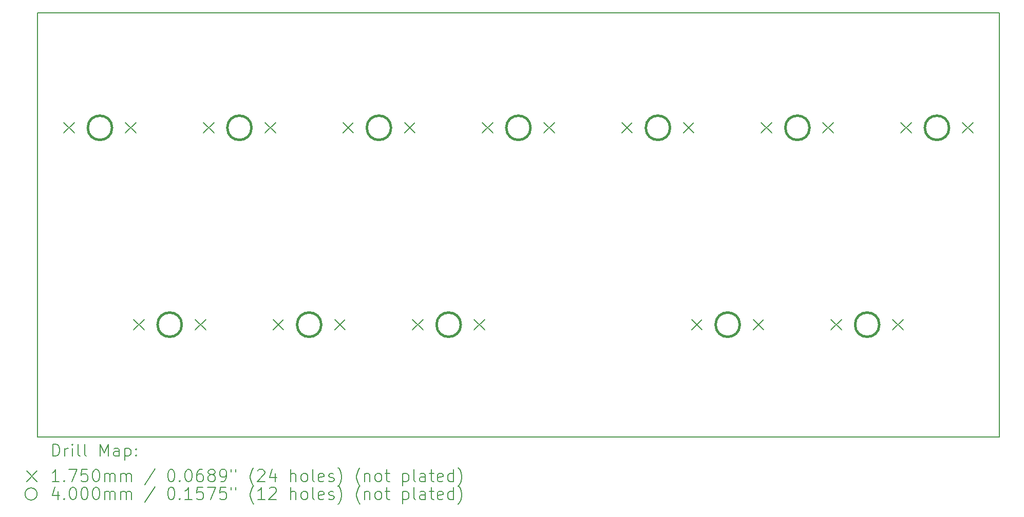
<source format=gbr>
%FSLAX45Y45*%
G04 Gerber Fmt 4.5, Leading zero omitted, Abs format (unit mm)*
G04 Created by KiCad (PCBNEW (6.0.0)) date 2023-05-12 18:23:06*
%MOMM*%
%LPD*%
G01*
G04 APERTURE LIST*
%TA.AperFunction,Profile*%
%ADD10C,0.200000*%
%TD*%
%ADD11C,0.200000*%
%ADD12C,0.175000*%
%ADD13C,0.400000*%
G04 APERTURE END LIST*
D10*
X4150000Y-4500000D02*
X20000000Y-4500000D01*
X20000000Y-4500000D02*
X20000000Y-11500000D01*
X20000000Y-11500000D02*
X4150000Y-11500000D01*
X4150000Y-11500000D02*
X4150000Y-4500000D01*
D11*
D12*
X4579500Y-6312500D02*
X4754500Y-6487500D01*
X4754500Y-6312500D02*
X4579500Y-6487500D01*
X5595500Y-6312500D02*
X5770500Y-6487500D01*
X5770500Y-6312500D02*
X5595500Y-6487500D01*
X5729500Y-9562500D02*
X5904500Y-9737500D01*
X5904500Y-9562500D02*
X5729500Y-9737500D01*
X6745500Y-9562500D02*
X6920500Y-9737500D01*
X6920500Y-9562500D02*
X6745500Y-9737500D01*
X6879500Y-6312500D02*
X7054500Y-6487500D01*
X7054500Y-6312500D02*
X6879500Y-6487500D01*
X7895500Y-6312500D02*
X8070500Y-6487500D01*
X8070500Y-6312500D02*
X7895500Y-6487500D01*
X8029500Y-9562500D02*
X8204500Y-9737500D01*
X8204500Y-9562500D02*
X8029500Y-9737500D01*
X9045500Y-9562500D02*
X9220500Y-9737500D01*
X9220500Y-9562500D02*
X9045500Y-9737500D01*
X9179500Y-6312500D02*
X9354500Y-6487500D01*
X9354500Y-6312500D02*
X9179500Y-6487500D01*
X10195500Y-6312500D02*
X10370500Y-6487500D01*
X10370500Y-6312500D02*
X10195500Y-6487500D01*
X10329500Y-9562500D02*
X10504500Y-9737500D01*
X10504500Y-9562500D02*
X10329500Y-9737500D01*
X11345500Y-9562500D02*
X11520500Y-9737500D01*
X11520500Y-9562500D02*
X11345500Y-9737500D01*
X11479500Y-6312500D02*
X11654500Y-6487500D01*
X11654500Y-6312500D02*
X11479500Y-6487500D01*
X12495500Y-6312500D02*
X12670500Y-6487500D01*
X12670500Y-6312500D02*
X12495500Y-6487500D01*
X13779500Y-6312500D02*
X13954500Y-6487500D01*
X13954500Y-6312500D02*
X13779500Y-6487500D01*
X14795500Y-6312500D02*
X14970500Y-6487500D01*
X14970500Y-6312500D02*
X14795500Y-6487500D01*
X14929500Y-9562500D02*
X15104500Y-9737500D01*
X15104500Y-9562500D02*
X14929500Y-9737500D01*
X15945500Y-9562500D02*
X16120500Y-9737500D01*
X16120500Y-9562500D02*
X15945500Y-9737500D01*
X16079500Y-6312500D02*
X16254500Y-6487500D01*
X16254500Y-6312500D02*
X16079500Y-6487500D01*
X17095500Y-6312500D02*
X17270500Y-6487500D01*
X17270500Y-6312500D02*
X17095500Y-6487500D01*
X17229500Y-9562500D02*
X17404500Y-9737500D01*
X17404500Y-9562500D02*
X17229500Y-9737500D01*
X18245500Y-9562500D02*
X18420500Y-9737500D01*
X18420500Y-9562500D02*
X18245500Y-9737500D01*
X18379500Y-6312500D02*
X18554500Y-6487500D01*
X18554500Y-6312500D02*
X18379500Y-6487500D01*
X19395500Y-6312500D02*
X19570500Y-6487500D01*
X19570500Y-6312500D02*
X19395500Y-6487500D01*
D13*
X5375000Y-6400000D02*
G75*
G03*
X5375000Y-6400000I-200000J0D01*
G01*
X6525000Y-9650000D02*
G75*
G03*
X6525000Y-9650000I-200000J0D01*
G01*
X7675000Y-6400000D02*
G75*
G03*
X7675000Y-6400000I-200000J0D01*
G01*
X8825000Y-9650000D02*
G75*
G03*
X8825000Y-9650000I-200000J0D01*
G01*
X9975000Y-6400000D02*
G75*
G03*
X9975000Y-6400000I-200000J0D01*
G01*
X11125000Y-9650000D02*
G75*
G03*
X11125000Y-9650000I-200000J0D01*
G01*
X12275000Y-6400000D02*
G75*
G03*
X12275000Y-6400000I-200000J0D01*
G01*
X14575000Y-6400000D02*
G75*
G03*
X14575000Y-6400000I-200000J0D01*
G01*
X15725000Y-9650000D02*
G75*
G03*
X15725000Y-9650000I-200000J0D01*
G01*
X16875000Y-6400000D02*
G75*
G03*
X16875000Y-6400000I-200000J0D01*
G01*
X18025000Y-9650000D02*
G75*
G03*
X18025000Y-9650000I-200000J0D01*
G01*
X19175000Y-6400000D02*
G75*
G03*
X19175000Y-6400000I-200000J0D01*
G01*
D11*
X4397619Y-11820476D02*
X4397619Y-11620476D01*
X4445238Y-11620476D01*
X4473810Y-11630000D01*
X4492857Y-11649048D01*
X4502381Y-11668095D01*
X4511905Y-11706190D01*
X4511905Y-11734762D01*
X4502381Y-11772857D01*
X4492857Y-11791905D01*
X4473810Y-11810952D01*
X4445238Y-11820476D01*
X4397619Y-11820476D01*
X4597619Y-11820476D02*
X4597619Y-11687143D01*
X4597619Y-11725238D02*
X4607143Y-11706190D01*
X4616667Y-11696667D01*
X4635714Y-11687143D01*
X4654762Y-11687143D01*
X4721429Y-11820476D02*
X4721429Y-11687143D01*
X4721429Y-11620476D02*
X4711905Y-11630000D01*
X4721429Y-11639524D01*
X4730952Y-11630000D01*
X4721429Y-11620476D01*
X4721429Y-11639524D01*
X4845238Y-11820476D02*
X4826190Y-11810952D01*
X4816667Y-11791905D01*
X4816667Y-11620476D01*
X4950000Y-11820476D02*
X4930952Y-11810952D01*
X4921429Y-11791905D01*
X4921429Y-11620476D01*
X5178571Y-11820476D02*
X5178571Y-11620476D01*
X5245238Y-11763333D01*
X5311905Y-11620476D01*
X5311905Y-11820476D01*
X5492857Y-11820476D02*
X5492857Y-11715714D01*
X5483333Y-11696667D01*
X5464286Y-11687143D01*
X5426190Y-11687143D01*
X5407143Y-11696667D01*
X5492857Y-11810952D02*
X5473810Y-11820476D01*
X5426190Y-11820476D01*
X5407143Y-11810952D01*
X5397619Y-11791905D01*
X5397619Y-11772857D01*
X5407143Y-11753809D01*
X5426190Y-11744286D01*
X5473810Y-11744286D01*
X5492857Y-11734762D01*
X5588095Y-11687143D02*
X5588095Y-11887143D01*
X5588095Y-11696667D02*
X5607143Y-11687143D01*
X5645238Y-11687143D01*
X5664286Y-11696667D01*
X5673809Y-11706190D01*
X5683333Y-11725238D01*
X5683333Y-11782381D01*
X5673809Y-11801428D01*
X5664286Y-11810952D01*
X5645238Y-11820476D01*
X5607143Y-11820476D01*
X5588095Y-11810952D01*
X5769048Y-11801428D02*
X5778571Y-11810952D01*
X5769048Y-11820476D01*
X5759524Y-11810952D01*
X5769048Y-11801428D01*
X5769048Y-11820476D01*
X5769048Y-11696667D02*
X5778571Y-11706190D01*
X5769048Y-11715714D01*
X5759524Y-11706190D01*
X5769048Y-11696667D01*
X5769048Y-11715714D01*
D12*
X3965000Y-12062500D02*
X4140000Y-12237500D01*
X4140000Y-12062500D02*
X3965000Y-12237500D01*
D11*
X4502381Y-12240476D02*
X4388095Y-12240476D01*
X4445238Y-12240476D02*
X4445238Y-12040476D01*
X4426190Y-12069048D01*
X4407143Y-12088095D01*
X4388095Y-12097619D01*
X4588095Y-12221428D02*
X4597619Y-12230952D01*
X4588095Y-12240476D01*
X4578571Y-12230952D01*
X4588095Y-12221428D01*
X4588095Y-12240476D01*
X4664286Y-12040476D02*
X4797619Y-12040476D01*
X4711905Y-12240476D01*
X4969048Y-12040476D02*
X4873810Y-12040476D01*
X4864286Y-12135714D01*
X4873810Y-12126190D01*
X4892857Y-12116667D01*
X4940476Y-12116667D01*
X4959524Y-12126190D01*
X4969048Y-12135714D01*
X4978571Y-12154762D01*
X4978571Y-12202381D01*
X4969048Y-12221428D01*
X4959524Y-12230952D01*
X4940476Y-12240476D01*
X4892857Y-12240476D01*
X4873810Y-12230952D01*
X4864286Y-12221428D01*
X5102381Y-12040476D02*
X5121429Y-12040476D01*
X5140476Y-12050000D01*
X5150000Y-12059524D01*
X5159524Y-12078571D01*
X5169048Y-12116667D01*
X5169048Y-12164286D01*
X5159524Y-12202381D01*
X5150000Y-12221428D01*
X5140476Y-12230952D01*
X5121429Y-12240476D01*
X5102381Y-12240476D01*
X5083333Y-12230952D01*
X5073810Y-12221428D01*
X5064286Y-12202381D01*
X5054762Y-12164286D01*
X5054762Y-12116667D01*
X5064286Y-12078571D01*
X5073810Y-12059524D01*
X5083333Y-12050000D01*
X5102381Y-12040476D01*
X5254762Y-12240476D02*
X5254762Y-12107143D01*
X5254762Y-12126190D02*
X5264286Y-12116667D01*
X5283333Y-12107143D01*
X5311905Y-12107143D01*
X5330952Y-12116667D01*
X5340476Y-12135714D01*
X5340476Y-12240476D01*
X5340476Y-12135714D02*
X5350000Y-12116667D01*
X5369048Y-12107143D01*
X5397619Y-12107143D01*
X5416667Y-12116667D01*
X5426190Y-12135714D01*
X5426190Y-12240476D01*
X5521429Y-12240476D02*
X5521429Y-12107143D01*
X5521429Y-12126190D02*
X5530952Y-12116667D01*
X5550000Y-12107143D01*
X5578571Y-12107143D01*
X5597619Y-12116667D01*
X5607143Y-12135714D01*
X5607143Y-12240476D01*
X5607143Y-12135714D02*
X5616667Y-12116667D01*
X5635714Y-12107143D01*
X5664286Y-12107143D01*
X5683333Y-12116667D01*
X5692857Y-12135714D01*
X5692857Y-12240476D01*
X6083333Y-12030952D02*
X5911905Y-12288095D01*
X6340476Y-12040476D02*
X6359524Y-12040476D01*
X6378571Y-12050000D01*
X6388095Y-12059524D01*
X6397619Y-12078571D01*
X6407143Y-12116667D01*
X6407143Y-12164286D01*
X6397619Y-12202381D01*
X6388095Y-12221428D01*
X6378571Y-12230952D01*
X6359524Y-12240476D01*
X6340476Y-12240476D01*
X6321428Y-12230952D01*
X6311905Y-12221428D01*
X6302381Y-12202381D01*
X6292857Y-12164286D01*
X6292857Y-12116667D01*
X6302381Y-12078571D01*
X6311905Y-12059524D01*
X6321428Y-12050000D01*
X6340476Y-12040476D01*
X6492857Y-12221428D02*
X6502381Y-12230952D01*
X6492857Y-12240476D01*
X6483333Y-12230952D01*
X6492857Y-12221428D01*
X6492857Y-12240476D01*
X6626190Y-12040476D02*
X6645238Y-12040476D01*
X6664286Y-12050000D01*
X6673809Y-12059524D01*
X6683333Y-12078571D01*
X6692857Y-12116667D01*
X6692857Y-12164286D01*
X6683333Y-12202381D01*
X6673809Y-12221428D01*
X6664286Y-12230952D01*
X6645238Y-12240476D01*
X6626190Y-12240476D01*
X6607143Y-12230952D01*
X6597619Y-12221428D01*
X6588095Y-12202381D01*
X6578571Y-12164286D01*
X6578571Y-12116667D01*
X6588095Y-12078571D01*
X6597619Y-12059524D01*
X6607143Y-12050000D01*
X6626190Y-12040476D01*
X6864286Y-12040476D02*
X6826190Y-12040476D01*
X6807143Y-12050000D01*
X6797619Y-12059524D01*
X6778571Y-12088095D01*
X6769048Y-12126190D01*
X6769048Y-12202381D01*
X6778571Y-12221428D01*
X6788095Y-12230952D01*
X6807143Y-12240476D01*
X6845238Y-12240476D01*
X6864286Y-12230952D01*
X6873809Y-12221428D01*
X6883333Y-12202381D01*
X6883333Y-12154762D01*
X6873809Y-12135714D01*
X6864286Y-12126190D01*
X6845238Y-12116667D01*
X6807143Y-12116667D01*
X6788095Y-12126190D01*
X6778571Y-12135714D01*
X6769048Y-12154762D01*
X6997619Y-12126190D02*
X6978571Y-12116667D01*
X6969048Y-12107143D01*
X6959524Y-12088095D01*
X6959524Y-12078571D01*
X6969048Y-12059524D01*
X6978571Y-12050000D01*
X6997619Y-12040476D01*
X7035714Y-12040476D01*
X7054762Y-12050000D01*
X7064286Y-12059524D01*
X7073809Y-12078571D01*
X7073809Y-12088095D01*
X7064286Y-12107143D01*
X7054762Y-12116667D01*
X7035714Y-12126190D01*
X6997619Y-12126190D01*
X6978571Y-12135714D01*
X6969048Y-12145238D01*
X6959524Y-12164286D01*
X6959524Y-12202381D01*
X6969048Y-12221428D01*
X6978571Y-12230952D01*
X6997619Y-12240476D01*
X7035714Y-12240476D01*
X7054762Y-12230952D01*
X7064286Y-12221428D01*
X7073809Y-12202381D01*
X7073809Y-12164286D01*
X7064286Y-12145238D01*
X7054762Y-12135714D01*
X7035714Y-12126190D01*
X7169048Y-12240476D02*
X7207143Y-12240476D01*
X7226190Y-12230952D01*
X7235714Y-12221428D01*
X7254762Y-12192857D01*
X7264286Y-12154762D01*
X7264286Y-12078571D01*
X7254762Y-12059524D01*
X7245238Y-12050000D01*
X7226190Y-12040476D01*
X7188095Y-12040476D01*
X7169048Y-12050000D01*
X7159524Y-12059524D01*
X7150000Y-12078571D01*
X7150000Y-12126190D01*
X7159524Y-12145238D01*
X7169048Y-12154762D01*
X7188095Y-12164286D01*
X7226190Y-12164286D01*
X7245238Y-12154762D01*
X7254762Y-12145238D01*
X7264286Y-12126190D01*
X7340476Y-12040476D02*
X7340476Y-12078571D01*
X7416667Y-12040476D02*
X7416667Y-12078571D01*
X7711905Y-12316667D02*
X7702381Y-12307143D01*
X7683333Y-12278571D01*
X7673809Y-12259524D01*
X7664286Y-12230952D01*
X7654762Y-12183333D01*
X7654762Y-12145238D01*
X7664286Y-12097619D01*
X7673809Y-12069048D01*
X7683333Y-12050000D01*
X7702381Y-12021428D01*
X7711905Y-12011905D01*
X7778571Y-12059524D02*
X7788095Y-12050000D01*
X7807143Y-12040476D01*
X7854762Y-12040476D01*
X7873809Y-12050000D01*
X7883333Y-12059524D01*
X7892857Y-12078571D01*
X7892857Y-12097619D01*
X7883333Y-12126190D01*
X7769048Y-12240476D01*
X7892857Y-12240476D01*
X8064286Y-12107143D02*
X8064286Y-12240476D01*
X8016667Y-12030952D02*
X7969048Y-12173809D01*
X8092857Y-12173809D01*
X8321428Y-12240476D02*
X8321428Y-12040476D01*
X8407143Y-12240476D02*
X8407143Y-12135714D01*
X8397619Y-12116667D01*
X8378571Y-12107143D01*
X8350000Y-12107143D01*
X8330952Y-12116667D01*
X8321428Y-12126190D01*
X8530952Y-12240476D02*
X8511905Y-12230952D01*
X8502381Y-12221428D01*
X8492857Y-12202381D01*
X8492857Y-12145238D01*
X8502381Y-12126190D01*
X8511905Y-12116667D01*
X8530952Y-12107143D01*
X8559524Y-12107143D01*
X8578571Y-12116667D01*
X8588095Y-12126190D01*
X8597619Y-12145238D01*
X8597619Y-12202381D01*
X8588095Y-12221428D01*
X8578571Y-12230952D01*
X8559524Y-12240476D01*
X8530952Y-12240476D01*
X8711905Y-12240476D02*
X8692857Y-12230952D01*
X8683333Y-12211905D01*
X8683333Y-12040476D01*
X8864286Y-12230952D02*
X8845238Y-12240476D01*
X8807143Y-12240476D01*
X8788095Y-12230952D01*
X8778571Y-12211905D01*
X8778571Y-12135714D01*
X8788095Y-12116667D01*
X8807143Y-12107143D01*
X8845238Y-12107143D01*
X8864286Y-12116667D01*
X8873810Y-12135714D01*
X8873810Y-12154762D01*
X8778571Y-12173809D01*
X8950000Y-12230952D02*
X8969048Y-12240476D01*
X9007143Y-12240476D01*
X9026190Y-12230952D01*
X9035714Y-12211905D01*
X9035714Y-12202381D01*
X9026190Y-12183333D01*
X9007143Y-12173809D01*
X8978571Y-12173809D01*
X8959524Y-12164286D01*
X8950000Y-12145238D01*
X8950000Y-12135714D01*
X8959524Y-12116667D01*
X8978571Y-12107143D01*
X9007143Y-12107143D01*
X9026190Y-12116667D01*
X9102381Y-12316667D02*
X9111905Y-12307143D01*
X9130952Y-12278571D01*
X9140476Y-12259524D01*
X9150000Y-12230952D01*
X9159524Y-12183333D01*
X9159524Y-12145238D01*
X9150000Y-12097619D01*
X9140476Y-12069048D01*
X9130952Y-12050000D01*
X9111905Y-12021428D01*
X9102381Y-12011905D01*
X9464286Y-12316667D02*
X9454762Y-12307143D01*
X9435714Y-12278571D01*
X9426190Y-12259524D01*
X9416667Y-12230952D01*
X9407143Y-12183333D01*
X9407143Y-12145238D01*
X9416667Y-12097619D01*
X9426190Y-12069048D01*
X9435714Y-12050000D01*
X9454762Y-12021428D01*
X9464286Y-12011905D01*
X9540476Y-12107143D02*
X9540476Y-12240476D01*
X9540476Y-12126190D02*
X9550000Y-12116667D01*
X9569048Y-12107143D01*
X9597619Y-12107143D01*
X9616667Y-12116667D01*
X9626190Y-12135714D01*
X9626190Y-12240476D01*
X9750000Y-12240476D02*
X9730952Y-12230952D01*
X9721429Y-12221428D01*
X9711905Y-12202381D01*
X9711905Y-12145238D01*
X9721429Y-12126190D01*
X9730952Y-12116667D01*
X9750000Y-12107143D01*
X9778571Y-12107143D01*
X9797619Y-12116667D01*
X9807143Y-12126190D01*
X9816667Y-12145238D01*
X9816667Y-12202381D01*
X9807143Y-12221428D01*
X9797619Y-12230952D01*
X9778571Y-12240476D01*
X9750000Y-12240476D01*
X9873810Y-12107143D02*
X9950000Y-12107143D01*
X9902381Y-12040476D02*
X9902381Y-12211905D01*
X9911905Y-12230952D01*
X9930952Y-12240476D01*
X9950000Y-12240476D01*
X10169048Y-12107143D02*
X10169048Y-12307143D01*
X10169048Y-12116667D02*
X10188095Y-12107143D01*
X10226190Y-12107143D01*
X10245238Y-12116667D01*
X10254762Y-12126190D01*
X10264286Y-12145238D01*
X10264286Y-12202381D01*
X10254762Y-12221428D01*
X10245238Y-12230952D01*
X10226190Y-12240476D01*
X10188095Y-12240476D01*
X10169048Y-12230952D01*
X10378571Y-12240476D02*
X10359524Y-12230952D01*
X10350000Y-12211905D01*
X10350000Y-12040476D01*
X10540476Y-12240476D02*
X10540476Y-12135714D01*
X10530952Y-12116667D01*
X10511905Y-12107143D01*
X10473810Y-12107143D01*
X10454762Y-12116667D01*
X10540476Y-12230952D02*
X10521429Y-12240476D01*
X10473810Y-12240476D01*
X10454762Y-12230952D01*
X10445238Y-12211905D01*
X10445238Y-12192857D01*
X10454762Y-12173809D01*
X10473810Y-12164286D01*
X10521429Y-12164286D01*
X10540476Y-12154762D01*
X10607143Y-12107143D02*
X10683333Y-12107143D01*
X10635714Y-12040476D02*
X10635714Y-12211905D01*
X10645238Y-12230952D01*
X10664286Y-12240476D01*
X10683333Y-12240476D01*
X10826190Y-12230952D02*
X10807143Y-12240476D01*
X10769048Y-12240476D01*
X10750000Y-12230952D01*
X10740476Y-12211905D01*
X10740476Y-12135714D01*
X10750000Y-12116667D01*
X10769048Y-12107143D01*
X10807143Y-12107143D01*
X10826190Y-12116667D01*
X10835714Y-12135714D01*
X10835714Y-12154762D01*
X10740476Y-12173809D01*
X11007143Y-12240476D02*
X11007143Y-12040476D01*
X11007143Y-12230952D02*
X10988095Y-12240476D01*
X10950000Y-12240476D01*
X10930952Y-12230952D01*
X10921429Y-12221428D01*
X10911905Y-12202381D01*
X10911905Y-12145238D01*
X10921429Y-12126190D01*
X10930952Y-12116667D01*
X10950000Y-12107143D01*
X10988095Y-12107143D01*
X11007143Y-12116667D01*
X11083333Y-12316667D02*
X11092857Y-12307143D01*
X11111905Y-12278571D01*
X11121429Y-12259524D01*
X11130952Y-12230952D01*
X11140476Y-12183333D01*
X11140476Y-12145238D01*
X11130952Y-12097619D01*
X11121429Y-12069048D01*
X11111905Y-12050000D01*
X11092857Y-12021428D01*
X11083333Y-12011905D01*
X4140000Y-12445000D02*
G75*
G03*
X4140000Y-12445000I-100000J0D01*
G01*
X4483333Y-12402143D02*
X4483333Y-12535476D01*
X4435714Y-12325952D02*
X4388095Y-12468809D01*
X4511905Y-12468809D01*
X4588095Y-12516428D02*
X4597619Y-12525952D01*
X4588095Y-12535476D01*
X4578571Y-12525952D01*
X4588095Y-12516428D01*
X4588095Y-12535476D01*
X4721429Y-12335476D02*
X4740476Y-12335476D01*
X4759524Y-12345000D01*
X4769048Y-12354524D01*
X4778571Y-12373571D01*
X4788095Y-12411667D01*
X4788095Y-12459286D01*
X4778571Y-12497381D01*
X4769048Y-12516428D01*
X4759524Y-12525952D01*
X4740476Y-12535476D01*
X4721429Y-12535476D01*
X4702381Y-12525952D01*
X4692857Y-12516428D01*
X4683333Y-12497381D01*
X4673810Y-12459286D01*
X4673810Y-12411667D01*
X4683333Y-12373571D01*
X4692857Y-12354524D01*
X4702381Y-12345000D01*
X4721429Y-12335476D01*
X4911905Y-12335476D02*
X4930952Y-12335476D01*
X4950000Y-12345000D01*
X4959524Y-12354524D01*
X4969048Y-12373571D01*
X4978571Y-12411667D01*
X4978571Y-12459286D01*
X4969048Y-12497381D01*
X4959524Y-12516428D01*
X4950000Y-12525952D01*
X4930952Y-12535476D01*
X4911905Y-12535476D01*
X4892857Y-12525952D01*
X4883333Y-12516428D01*
X4873810Y-12497381D01*
X4864286Y-12459286D01*
X4864286Y-12411667D01*
X4873810Y-12373571D01*
X4883333Y-12354524D01*
X4892857Y-12345000D01*
X4911905Y-12335476D01*
X5102381Y-12335476D02*
X5121429Y-12335476D01*
X5140476Y-12345000D01*
X5150000Y-12354524D01*
X5159524Y-12373571D01*
X5169048Y-12411667D01*
X5169048Y-12459286D01*
X5159524Y-12497381D01*
X5150000Y-12516428D01*
X5140476Y-12525952D01*
X5121429Y-12535476D01*
X5102381Y-12535476D01*
X5083333Y-12525952D01*
X5073810Y-12516428D01*
X5064286Y-12497381D01*
X5054762Y-12459286D01*
X5054762Y-12411667D01*
X5064286Y-12373571D01*
X5073810Y-12354524D01*
X5083333Y-12345000D01*
X5102381Y-12335476D01*
X5254762Y-12535476D02*
X5254762Y-12402143D01*
X5254762Y-12421190D02*
X5264286Y-12411667D01*
X5283333Y-12402143D01*
X5311905Y-12402143D01*
X5330952Y-12411667D01*
X5340476Y-12430714D01*
X5340476Y-12535476D01*
X5340476Y-12430714D02*
X5350000Y-12411667D01*
X5369048Y-12402143D01*
X5397619Y-12402143D01*
X5416667Y-12411667D01*
X5426190Y-12430714D01*
X5426190Y-12535476D01*
X5521429Y-12535476D02*
X5521429Y-12402143D01*
X5521429Y-12421190D02*
X5530952Y-12411667D01*
X5550000Y-12402143D01*
X5578571Y-12402143D01*
X5597619Y-12411667D01*
X5607143Y-12430714D01*
X5607143Y-12535476D01*
X5607143Y-12430714D02*
X5616667Y-12411667D01*
X5635714Y-12402143D01*
X5664286Y-12402143D01*
X5683333Y-12411667D01*
X5692857Y-12430714D01*
X5692857Y-12535476D01*
X6083333Y-12325952D02*
X5911905Y-12583095D01*
X6340476Y-12335476D02*
X6359524Y-12335476D01*
X6378571Y-12345000D01*
X6388095Y-12354524D01*
X6397619Y-12373571D01*
X6407143Y-12411667D01*
X6407143Y-12459286D01*
X6397619Y-12497381D01*
X6388095Y-12516428D01*
X6378571Y-12525952D01*
X6359524Y-12535476D01*
X6340476Y-12535476D01*
X6321428Y-12525952D01*
X6311905Y-12516428D01*
X6302381Y-12497381D01*
X6292857Y-12459286D01*
X6292857Y-12411667D01*
X6302381Y-12373571D01*
X6311905Y-12354524D01*
X6321428Y-12345000D01*
X6340476Y-12335476D01*
X6492857Y-12516428D02*
X6502381Y-12525952D01*
X6492857Y-12535476D01*
X6483333Y-12525952D01*
X6492857Y-12516428D01*
X6492857Y-12535476D01*
X6692857Y-12535476D02*
X6578571Y-12535476D01*
X6635714Y-12535476D02*
X6635714Y-12335476D01*
X6616667Y-12364048D01*
X6597619Y-12383095D01*
X6578571Y-12392619D01*
X6873809Y-12335476D02*
X6778571Y-12335476D01*
X6769048Y-12430714D01*
X6778571Y-12421190D01*
X6797619Y-12411667D01*
X6845238Y-12411667D01*
X6864286Y-12421190D01*
X6873809Y-12430714D01*
X6883333Y-12449762D01*
X6883333Y-12497381D01*
X6873809Y-12516428D01*
X6864286Y-12525952D01*
X6845238Y-12535476D01*
X6797619Y-12535476D01*
X6778571Y-12525952D01*
X6769048Y-12516428D01*
X6950000Y-12335476D02*
X7083333Y-12335476D01*
X6997619Y-12535476D01*
X7254762Y-12335476D02*
X7159524Y-12335476D01*
X7150000Y-12430714D01*
X7159524Y-12421190D01*
X7178571Y-12411667D01*
X7226190Y-12411667D01*
X7245238Y-12421190D01*
X7254762Y-12430714D01*
X7264286Y-12449762D01*
X7264286Y-12497381D01*
X7254762Y-12516428D01*
X7245238Y-12525952D01*
X7226190Y-12535476D01*
X7178571Y-12535476D01*
X7159524Y-12525952D01*
X7150000Y-12516428D01*
X7340476Y-12335476D02*
X7340476Y-12373571D01*
X7416667Y-12335476D02*
X7416667Y-12373571D01*
X7711905Y-12611667D02*
X7702381Y-12602143D01*
X7683333Y-12573571D01*
X7673809Y-12554524D01*
X7664286Y-12525952D01*
X7654762Y-12478333D01*
X7654762Y-12440238D01*
X7664286Y-12392619D01*
X7673809Y-12364048D01*
X7683333Y-12345000D01*
X7702381Y-12316428D01*
X7711905Y-12306905D01*
X7892857Y-12535476D02*
X7778571Y-12535476D01*
X7835714Y-12535476D02*
X7835714Y-12335476D01*
X7816667Y-12364048D01*
X7797619Y-12383095D01*
X7778571Y-12392619D01*
X7969048Y-12354524D02*
X7978571Y-12345000D01*
X7997619Y-12335476D01*
X8045238Y-12335476D01*
X8064286Y-12345000D01*
X8073809Y-12354524D01*
X8083333Y-12373571D01*
X8083333Y-12392619D01*
X8073809Y-12421190D01*
X7959524Y-12535476D01*
X8083333Y-12535476D01*
X8321428Y-12535476D02*
X8321428Y-12335476D01*
X8407143Y-12535476D02*
X8407143Y-12430714D01*
X8397619Y-12411667D01*
X8378571Y-12402143D01*
X8350000Y-12402143D01*
X8330952Y-12411667D01*
X8321428Y-12421190D01*
X8530952Y-12535476D02*
X8511905Y-12525952D01*
X8502381Y-12516428D01*
X8492857Y-12497381D01*
X8492857Y-12440238D01*
X8502381Y-12421190D01*
X8511905Y-12411667D01*
X8530952Y-12402143D01*
X8559524Y-12402143D01*
X8578571Y-12411667D01*
X8588095Y-12421190D01*
X8597619Y-12440238D01*
X8597619Y-12497381D01*
X8588095Y-12516428D01*
X8578571Y-12525952D01*
X8559524Y-12535476D01*
X8530952Y-12535476D01*
X8711905Y-12535476D02*
X8692857Y-12525952D01*
X8683333Y-12506905D01*
X8683333Y-12335476D01*
X8864286Y-12525952D02*
X8845238Y-12535476D01*
X8807143Y-12535476D01*
X8788095Y-12525952D01*
X8778571Y-12506905D01*
X8778571Y-12430714D01*
X8788095Y-12411667D01*
X8807143Y-12402143D01*
X8845238Y-12402143D01*
X8864286Y-12411667D01*
X8873810Y-12430714D01*
X8873810Y-12449762D01*
X8778571Y-12468809D01*
X8950000Y-12525952D02*
X8969048Y-12535476D01*
X9007143Y-12535476D01*
X9026190Y-12525952D01*
X9035714Y-12506905D01*
X9035714Y-12497381D01*
X9026190Y-12478333D01*
X9007143Y-12468809D01*
X8978571Y-12468809D01*
X8959524Y-12459286D01*
X8950000Y-12440238D01*
X8950000Y-12430714D01*
X8959524Y-12411667D01*
X8978571Y-12402143D01*
X9007143Y-12402143D01*
X9026190Y-12411667D01*
X9102381Y-12611667D02*
X9111905Y-12602143D01*
X9130952Y-12573571D01*
X9140476Y-12554524D01*
X9150000Y-12525952D01*
X9159524Y-12478333D01*
X9159524Y-12440238D01*
X9150000Y-12392619D01*
X9140476Y-12364048D01*
X9130952Y-12345000D01*
X9111905Y-12316428D01*
X9102381Y-12306905D01*
X9464286Y-12611667D02*
X9454762Y-12602143D01*
X9435714Y-12573571D01*
X9426190Y-12554524D01*
X9416667Y-12525952D01*
X9407143Y-12478333D01*
X9407143Y-12440238D01*
X9416667Y-12392619D01*
X9426190Y-12364048D01*
X9435714Y-12345000D01*
X9454762Y-12316428D01*
X9464286Y-12306905D01*
X9540476Y-12402143D02*
X9540476Y-12535476D01*
X9540476Y-12421190D02*
X9550000Y-12411667D01*
X9569048Y-12402143D01*
X9597619Y-12402143D01*
X9616667Y-12411667D01*
X9626190Y-12430714D01*
X9626190Y-12535476D01*
X9750000Y-12535476D02*
X9730952Y-12525952D01*
X9721429Y-12516428D01*
X9711905Y-12497381D01*
X9711905Y-12440238D01*
X9721429Y-12421190D01*
X9730952Y-12411667D01*
X9750000Y-12402143D01*
X9778571Y-12402143D01*
X9797619Y-12411667D01*
X9807143Y-12421190D01*
X9816667Y-12440238D01*
X9816667Y-12497381D01*
X9807143Y-12516428D01*
X9797619Y-12525952D01*
X9778571Y-12535476D01*
X9750000Y-12535476D01*
X9873810Y-12402143D02*
X9950000Y-12402143D01*
X9902381Y-12335476D02*
X9902381Y-12506905D01*
X9911905Y-12525952D01*
X9930952Y-12535476D01*
X9950000Y-12535476D01*
X10169048Y-12402143D02*
X10169048Y-12602143D01*
X10169048Y-12411667D02*
X10188095Y-12402143D01*
X10226190Y-12402143D01*
X10245238Y-12411667D01*
X10254762Y-12421190D01*
X10264286Y-12440238D01*
X10264286Y-12497381D01*
X10254762Y-12516428D01*
X10245238Y-12525952D01*
X10226190Y-12535476D01*
X10188095Y-12535476D01*
X10169048Y-12525952D01*
X10378571Y-12535476D02*
X10359524Y-12525952D01*
X10350000Y-12506905D01*
X10350000Y-12335476D01*
X10540476Y-12535476D02*
X10540476Y-12430714D01*
X10530952Y-12411667D01*
X10511905Y-12402143D01*
X10473810Y-12402143D01*
X10454762Y-12411667D01*
X10540476Y-12525952D02*
X10521429Y-12535476D01*
X10473810Y-12535476D01*
X10454762Y-12525952D01*
X10445238Y-12506905D01*
X10445238Y-12487857D01*
X10454762Y-12468809D01*
X10473810Y-12459286D01*
X10521429Y-12459286D01*
X10540476Y-12449762D01*
X10607143Y-12402143D02*
X10683333Y-12402143D01*
X10635714Y-12335476D02*
X10635714Y-12506905D01*
X10645238Y-12525952D01*
X10664286Y-12535476D01*
X10683333Y-12535476D01*
X10826190Y-12525952D02*
X10807143Y-12535476D01*
X10769048Y-12535476D01*
X10750000Y-12525952D01*
X10740476Y-12506905D01*
X10740476Y-12430714D01*
X10750000Y-12411667D01*
X10769048Y-12402143D01*
X10807143Y-12402143D01*
X10826190Y-12411667D01*
X10835714Y-12430714D01*
X10835714Y-12449762D01*
X10740476Y-12468809D01*
X11007143Y-12535476D02*
X11007143Y-12335476D01*
X11007143Y-12525952D02*
X10988095Y-12535476D01*
X10950000Y-12535476D01*
X10930952Y-12525952D01*
X10921429Y-12516428D01*
X10911905Y-12497381D01*
X10911905Y-12440238D01*
X10921429Y-12421190D01*
X10930952Y-12411667D01*
X10950000Y-12402143D01*
X10988095Y-12402143D01*
X11007143Y-12411667D01*
X11083333Y-12611667D02*
X11092857Y-12602143D01*
X11111905Y-12573571D01*
X11121429Y-12554524D01*
X11130952Y-12525952D01*
X11140476Y-12478333D01*
X11140476Y-12440238D01*
X11130952Y-12392619D01*
X11121429Y-12364048D01*
X11111905Y-12345000D01*
X11092857Y-12316428D01*
X11083333Y-12306905D01*
M02*

</source>
